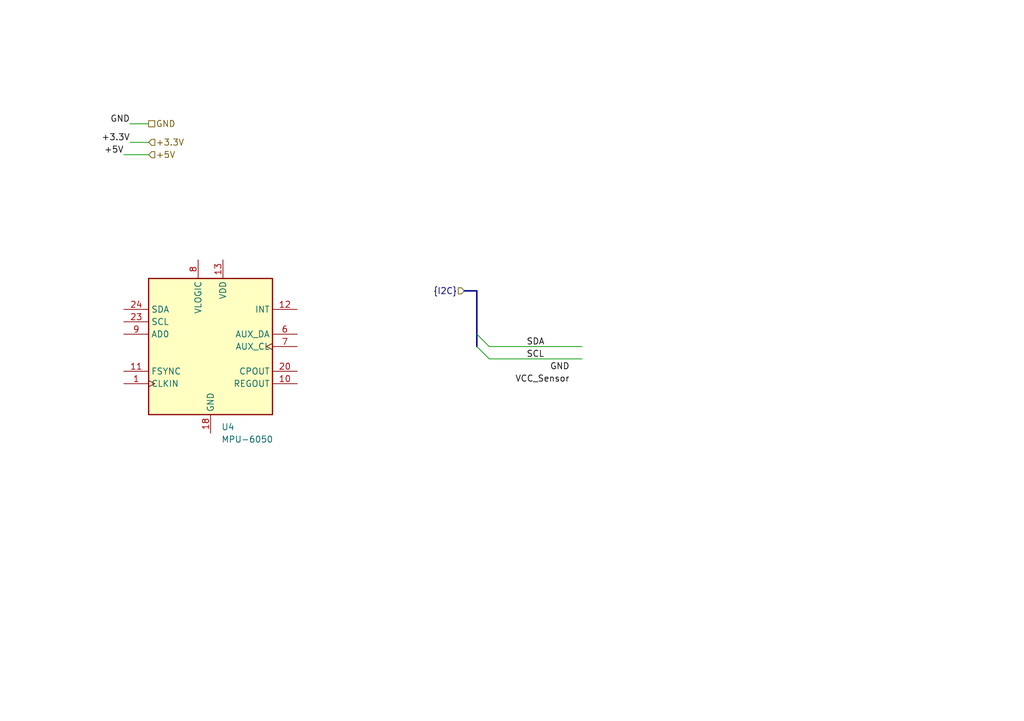
<source format=kicad_sch>
(kicad_sch (version 20231120) (generator "eeschema") (generator_version "8.0")
  (paper "A5")
  (title_block (title "Sensors") (date "2024-08-29") (rev "1.0") (company "Designed by CREPP-NLG"))
  (lib_symbols
    (symbol "Sensor_Motion:MPU-6050"
      (property "Reference" "U" (at -11.43 13.97 0))
      (property "Value" "MPU-6050" (at 7.62 -15.24 0))
      (symbol "MPU-6050_0_0"
        (text "" (at 12.7 -2.54 0) (effects (font (size 1.27 1.27))))
      )
      (symbol "MPU-6050_0_1"
        (rectangle (start -12.7 13.97) (end 12.7 -13.97) (stroke (width 0.254)) (fill (type background)))
      )
      (symbol "MPU-6050_1_1"
        (pin input clock (at -17.78 -7.62 0) (length 5.08) (name "CLKIN") (number "1"))
        (pin passive line (at 17.78 -7.62 180) (length 5.08) (name "REGOUT") (number "10"))
        (pin input line (at -17.78 -5.08 0) (length 5.08) (name "FSYNC") (number "11"))
        (pin output line (at 17.78 7.62 180) (length 5.08) (name "INT") (number "12"))
        (pin power_in line (at 2.54 17.78 270) (length 3.81) (name "VDD") (number "13"))
        (pin no_connect line (at -12.7 -10.16 0) (length 2.54) hide (name "NC") (number "14"))
        (pin no_connect line (at 12.7 12.7 180) (length 2.54) hide (name "NC") (number "15"))
        (pin no_connect line (at 12.7 10.16 180) (length 2.54) hide (name "NC") (number "16"))
        (pin no_connect line (at 12.7 5.08 180) (length 2.54) hide (name "NC") (number "17"))
        (pin power_in line (at 0 -17.78 90) (length 3.81) (name "GND") (number "18"))
        (pin no_connect line (at 12.7 -10.16 180) (length 2.54) hide (name "RESV") (number "19"))
        (pin no_connect line (at -12.7 12.7 0) (length 2.54) hide (name "NC") (number "2"))
        (pin passive line (at 17.78 -5.08 180) (length 5.08) (name "CPOUT") (number "20"))
        (pin no_connect line (at 12.7 -2.54 180) (length 2.54) hide (name "RESV") (number "21"))
        (pin no_connect line (at 12.7 -12.7 180) (length 2.54) hide (name "RESV") (number "22"))
        (pin input line (at -17.78 5.08 0) (length 5.08) (name "SCL") (number "23"))
        (pin bidirectional line (at -17.78 7.62 0) (length 5.08) (name "SDA") (number "24"))
        (pin no_connect line (at -12.7 10.16 0) (length 2.54) hide (name "NC") (number "3"))
        (pin no_connect line (at -12.7 0 0) (length 2.54) hide (name "NC") (number "4"))
        (pin no_connect line (at -12.7 -2.54 0) (length 2.54) hide (name "NC") (number "5"))
        (pin bidirectional line (at 17.78 2.54 180) (length 5.08) (name "AUX_DA") (number "6"))
        (pin output clock (at 17.78 0 180) (length 5.08) (name "AUX_CL") (number "7"))
        (pin power_in line (at -2.54 17.78 270) (length 3.81) (name "VLOGIC") (number "8"))
        (pin input line (at -17.78 2.54 0) (length 5.08) (name "AD0") (number "9"))
      )
    )
  )
  (bus_entry (at 100.33 71.12) (size -2.54 -2.54))
  (bus_entry (at 100.33 73.66) (size -2.54 -2.54))
  (wire (pts (xy 25.4 31.75) (xy 30.48 31.75)))
  (bus (pts (xy 97.79 59.69) (xy 97.79 68.58)))
  (wire (pts (xy 26.67 29.21) (xy 30.48 29.21)))
  (bus (pts (xy 97.79 68.58) (xy 97.79 71.12)))
  (bus (pts (xy 95.25 59.69) (xy 97.79 59.69)))
  (wire (pts (xy 100.33 71.12) (xy 119.38 71.12)))
  (wire (pts (xy 100.33 73.66) (xy 119.38 73.66)))
  (wire (pts (xy 26.67 25.4) (xy 30.48 25.4)))
  (label "+5V" (at 25.4 31.75 180))
  (label "GND" (at 116.84 76.2 180))
  (label "GND" (at 26.67 25.4 180))
  (label "SCL" (at 107.95 73.66 0))
  (label "SDA" (at 107.95 71.12 0))
  (label "+3.3V" (at 26.67 29.21 180))
  (label "VCC_Sensor" (at 116.84 78.74 180))
  (hierarchical_label "{I2C}" (shape input) (at 95.25 59.69 180))
  (hierarchical_label "+5V" (shape input) (at 30.48 31.75 0))
  (hierarchical_label "GND" (shape passive) (at 30.48 25.4 0))
  (hierarchical_label "+3.3V" (shape input) (at 30.48 29.21 0))
  (symbol (lib_id "Sensor_Motion:MPU-6050") (at 43.18 71.12 0) (unit 1)
    (property "Reference" "U4" (at 45.3741 87.63 0) (effects (justify left)))
    (property "Value" "MPU-6050" (at 45.3741 90.17 0) (effects (justify left)))
    (property "Footprint" "Sensor_Motion:InvenSense_QFN-24_4x4mm_P0.5mm" (effects (hide yes)))
    (property "Datasheet" "https://invensense.tdk.com/wp-content/uploads/2015/02/MPU-6000-Datasheet1.pdf" (effects (hide yes)))
    (property "Description" "InvenSense 6-Axis Motion Sensor, Gyroscope, Accelerometer, I2C" (effects (hide yes)))
  )
)
</source>
